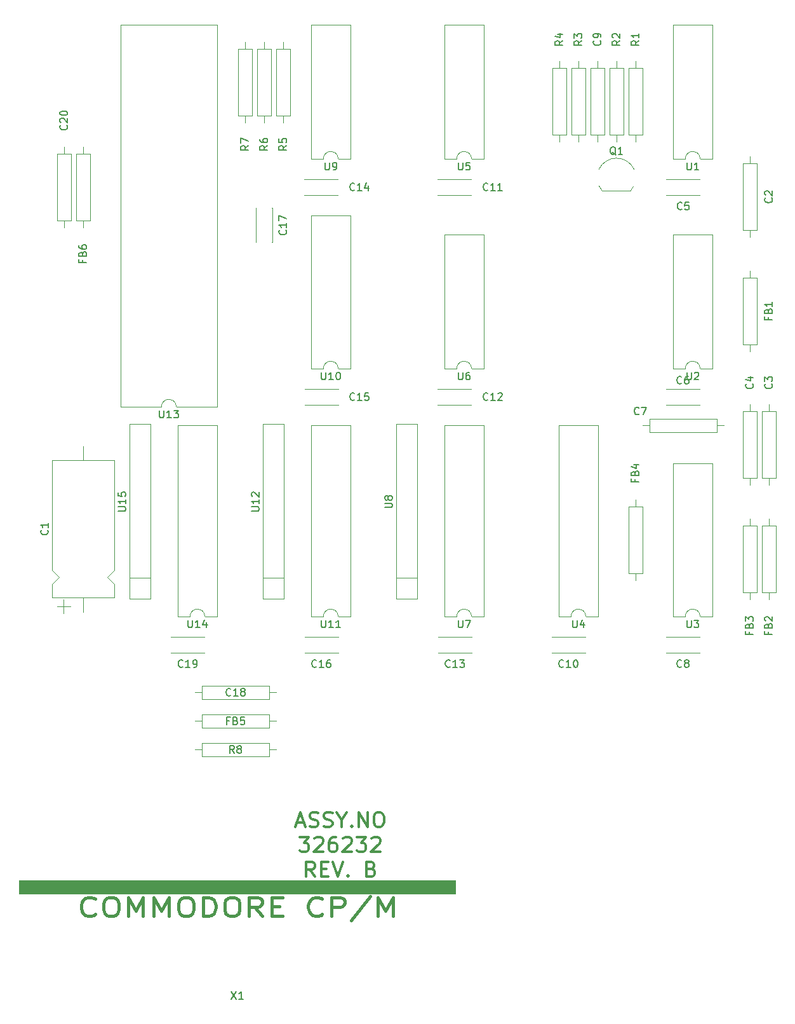
<source format=gbr>
G04 #@! TF.GenerationSoftware,KiCad,Pcbnew,(5.1.5)-3*
G04 #@! TF.CreationDate,2020-07-22T19:22:01-04:00*
G04 #@! TF.ProjectId,c64-cpm-true,6336342d-6370-46d2-9d74-7275652e6b69,B*
G04 #@! TF.SameCoordinates,Original*
G04 #@! TF.FileFunction,Legend,Top*
G04 #@! TF.FilePolarity,Positive*
%FSLAX46Y46*%
G04 Gerber Fmt 4.6, Leading zero omitted, Abs format (unit mm)*
G04 Created by KiCad (PCBNEW (5.1.5)-3) date 2020-07-22 19:22:01*
%MOMM*%
%LPD*%
G04 APERTURE LIST*
%ADD10C,0.300000*%
%ADD11C,0.400000*%
%ADD12C,0.120000*%
%ADD13C,0.100000*%
%ADD14C,0.150000*%
G04 APERTURE END LIST*
D10*
X100870476Y-155783333D02*
X101822857Y-155783333D01*
X100680000Y-156354761D02*
X101346666Y-154354761D01*
X102013333Y-156354761D01*
X102584761Y-156259523D02*
X102870476Y-156354761D01*
X103346666Y-156354761D01*
X103537142Y-156259523D01*
X103632380Y-156164285D01*
X103727619Y-155973809D01*
X103727619Y-155783333D01*
X103632380Y-155592857D01*
X103537142Y-155497619D01*
X103346666Y-155402380D01*
X102965714Y-155307142D01*
X102775238Y-155211904D01*
X102680000Y-155116666D01*
X102584761Y-154926190D01*
X102584761Y-154735714D01*
X102680000Y-154545238D01*
X102775238Y-154450000D01*
X102965714Y-154354761D01*
X103441904Y-154354761D01*
X103727619Y-154450000D01*
X104489523Y-156259523D02*
X104775238Y-156354761D01*
X105251428Y-156354761D01*
X105441904Y-156259523D01*
X105537142Y-156164285D01*
X105632380Y-155973809D01*
X105632380Y-155783333D01*
X105537142Y-155592857D01*
X105441904Y-155497619D01*
X105251428Y-155402380D01*
X104870476Y-155307142D01*
X104680000Y-155211904D01*
X104584761Y-155116666D01*
X104489523Y-154926190D01*
X104489523Y-154735714D01*
X104584761Y-154545238D01*
X104680000Y-154450000D01*
X104870476Y-154354761D01*
X105346666Y-154354761D01*
X105632380Y-154450000D01*
X106870476Y-155402380D02*
X106870476Y-156354761D01*
X106203809Y-154354761D02*
X106870476Y-155402380D01*
X107537142Y-154354761D01*
X108203809Y-156164285D02*
X108299047Y-156259523D01*
X108203809Y-156354761D01*
X108108571Y-156259523D01*
X108203809Y-156164285D01*
X108203809Y-156354761D01*
X109156190Y-156354761D02*
X109156190Y-154354761D01*
X110299047Y-156354761D01*
X110299047Y-154354761D01*
X111632380Y-154354761D02*
X112013333Y-154354761D01*
X112203809Y-154450000D01*
X112394285Y-154640476D01*
X112489523Y-155021428D01*
X112489523Y-155688095D01*
X112394285Y-156069047D01*
X112203809Y-156259523D01*
X112013333Y-156354761D01*
X111632380Y-156354761D01*
X111441904Y-156259523D01*
X111251428Y-156069047D01*
X111156190Y-155688095D01*
X111156190Y-155021428D01*
X111251428Y-154640476D01*
X111441904Y-154450000D01*
X111632380Y-154354761D01*
X101251428Y-157654761D02*
X102489523Y-157654761D01*
X101822857Y-158416666D01*
X102108571Y-158416666D01*
X102299047Y-158511904D01*
X102394285Y-158607142D01*
X102489523Y-158797619D01*
X102489523Y-159273809D01*
X102394285Y-159464285D01*
X102299047Y-159559523D01*
X102108571Y-159654761D01*
X101537142Y-159654761D01*
X101346666Y-159559523D01*
X101251428Y-159464285D01*
X103251428Y-157845238D02*
X103346666Y-157750000D01*
X103537142Y-157654761D01*
X104013333Y-157654761D01*
X104203809Y-157750000D01*
X104299047Y-157845238D01*
X104394285Y-158035714D01*
X104394285Y-158226190D01*
X104299047Y-158511904D01*
X103156190Y-159654761D01*
X104394285Y-159654761D01*
X106108571Y-157654761D02*
X105727619Y-157654761D01*
X105537142Y-157750000D01*
X105441904Y-157845238D01*
X105251428Y-158130952D01*
X105156190Y-158511904D01*
X105156190Y-159273809D01*
X105251428Y-159464285D01*
X105346666Y-159559523D01*
X105537142Y-159654761D01*
X105918095Y-159654761D01*
X106108571Y-159559523D01*
X106203809Y-159464285D01*
X106299047Y-159273809D01*
X106299047Y-158797619D01*
X106203809Y-158607142D01*
X106108571Y-158511904D01*
X105918095Y-158416666D01*
X105537142Y-158416666D01*
X105346666Y-158511904D01*
X105251428Y-158607142D01*
X105156190Y-158797619D01*
X107060952Y-157845238D02*
X107156190Y-157750000D01*
X107346666Y-157654761D01*
X107822857Y-157654761D01*
X108013333Y-157750000D01*
X108108571Y-157845238D01*
X108203809Y-158035714D01*
X108203809Y-158226190D01*
X108108571Y-158511904D01*
X106965714Y-159654761D01*
X108203809Y-159654761D01*
X108870476Y-157654761D02*
X110108571Y-157654761D01*
X109441904Y-158416666D01*
X109727619Y-158416666D01*
X109918095Y-158511904D01*
X110013333Y-158607142D01*
X110108571Y-158797619D01*
X110108571Y-159273809D01*
X110013333Y-159464285D01*
X109918095Y-159559523D01*
X109727619Y-159654761D01*
X109156190Y-159654761D01*
X108965714Y-159559523D01*
X108870476Y-159464285D01*
X110870476Y-157845238D02*
X110965714Y-157750000D01*
X111156190Y-157654761D01*
X111632380Y-157654761D01*
X111822857Y-157750000D01*
X111918095Y-157845238D01*
X112013333Y-158035714D01*
X112013333Y-158226190D01*
X111918095Y-158511904D01*
X110775238Y-159654761D01*
X112013333Y-159654761D01*
X103299047Y-162954761D02*
X102632380Y-162002380D01*
X102156190Y-162954761D02*
X102156190Y-160954761D01*
X102918095Y-160954761D01*
X103108571Y-161050000D01*
X103203809Y-161145238D01*
X103299047Y-161335714D01*
X103299047Y-161621428D01*
X103203809Y-161811904D01*
X103108571Y-161907142D01*
X102918095Y-162002380D01*
X102156190Y-162002380D01*
X104156190Y-161907142D02*
X104822857Y-161907142D01*
X105108571Y-162954761D02*
X104156190Y-162954761D01*
X104156190Y-160954761D01*
X105108571Y-160954761D01*
X105680000Y-160954761D02*
X106346666Y-162954761D01*
X107013333Y-160954761D01*
X107680000Y-162764285D02*
X107775238Y-162859523D01*
X107680000Y-162954761D01*
X107584761Y-162859523D01*
X107680000Y-162764285D01*
X107680000Y-162954761D01*
X110822857Y-161907142D02*
X111108571Y-162002380D01*
X111203809Y-162097619D01*
X111299047Y-162288095D01*
X111299047Y-162573809D01*
X111203809Y-162764285D01*
X111108571Y-162859523D01*
X110918095Y-162954761D01*
X110156190Y-162954761D01*
X110156190Y-160954761D01*
X110822857Y-160954761D01*
X111013333Y-161050000D01*
X111108571Y-161145238D01*
X111203809Y-161335714D01*
X111203809Y-161526190D01*
X111108571Y-161716666D01*
X111013333Y-161811904D01*
X110822857Y-161907142D01*
X110156190Y-161907142D01*
D11*
X73964000Y-167961357D02*
X73821142Y-168080404D01*
X73392571Y-168199452D01*
X73106857Y-168199452D01*
X72678285Y-168080404D01*
X72392571Y-167842309D01*
X72249714Y-167604214D01*
X72106857Y-167128023D01*
X72106857Y-166770880D01*
X72249714Y-166294690D01*
X72392571Y-166056595D01*
X72678285Y-165818500D01*
X73106857Y-165699452D01*
X73392571Y-165699452D01*
X73821142Y-165818500D01*
X73964000Y-165937547D01*
X75821142Y-165699452D02*
X76392571Y-165699452D01*
X76678285Y-165818500D01*
X76964000Y-166056595D01*
X77106857Y-166532785D01*
X77106857Y-167366119D01*
X76964000Y-167842309D01*
X76678285Y-168080404D01*
X76392571Y-168199452D01*
X75821142Y-168199452D01*
X75535428Y-168080404D01*
X75249714Y-167842309D01*
X75106857Y-167366119D01*
X75106857Y-166532785D01*
X75249714Y-166056595D01*
X75535428Y-165818500D01*
X75821142Y-165699452D01*
X78392571Y-168199452D02*
X78392571Y-165699452D01*
X79392571Y-167485166D01*
X80392571Y-165699452D01*
X80392571Y-168199452D01*
X81821142Y-168199452D02*
X81821142Y-165699452D01*
X82821142Y-167485166D01*
X83821142Y-165699452D01*
X83821142Y-168199452D01*
X85821142Y-165699452D02*
X86392571Y-165699452D01*
X86678285Y-165818500D01*
X86964000Y-166056595D01*
X87106857Y-166532785D01*
X87106857Y-167366119D01*
X86964000Y-167842309D01*
X86678285Y-168080404D01*
X86392571Y-168199452D01*
X85821142Y-168199452D01*
X85535428Y-168080404D01*
X85249714Y-167842309D01*
X85106857Y-167366119D01*
X85106857Y-166532785D01*
X85249714Y-166056595D01*
X85535428Y-165818500D01*
X85821142Y-165699452D01*
X88392571Y-168199452D02*
X88392571Y-165699452D01*
X89106857Y-165699452D01*
X89535428Y-165818500D01*
X89821142Y-166056595D01*
X89964000Y-166294690D01*
X90106857Y-166770880D01*
X90106857Y-167128023D01*
X89964000Y-167604214D01*
X89821142Y-167842309D01*
X89535428Y-168080404D01*
X89106857Y-168199452D01*
X88392571Y-168199452D01*
X91964000Y-165699452D02*
X92535428Y-165699452D01*
X92821142Y-165818500D01*
X93106857Y-166056595D01*
X93249714Y-166532785D01*
X93249714Y-167366119D01*
X93106857Y-167842309D01*
X92821142Y-168080404D01*
X92535428Y-168199452D01*
X91964000Y-168199452D01*
X91678285Y-168080404D01*
X91392571Y-167842309D01*
X91249714Y-167366119D01*
X91249714Y-166532785D01*
X91392571Y-166056595D01*
X91678285Y-165818500D01*
X91964000Y-165699452D01*
X96249714Y-168199452D02*
X95249714Y-167008976D01*
X94535428Y-168199452D02*
X94535428Y-165699452D01*
X95678285Y-165699452D01*
X95964000Y-165818500D01*
X96106857Y-165937547D01*
X96249714Y-166175642D01*
X96249714Y-166532785D01*
X96106857Y-166770880D01*
X95964000Y-166889928D01*
X95678285Y-167008976D01*
X94535428Y-167008976D01*
X97535428Y-166889928D02*
X98535428Y-166889928D01*
X98964000Y-168199452D02*
X97535428Y-168199452D01*
X97535428Y-165699452D01*
X98964000Y-165699452D01*
X104249714Y-167961357D02*
X104106857Y-168080404D01*
X103678285Y-168199452D01*
X103392571Y-168199452D01*
X102964000Y-168080404D01*
X102678285Y-167842309D01*
X102535428Y-167604214D01*
X102392571Y-167128023D01*
X102392571Y-166770880D01*
X102535428Y-166294690D01*
X102678285Y-166056595D01*
X102964000Y-165818500D01*
X103392571Y-165699452D01*
X103678285Y-165699452D01*
X104106857Y-165818500D01*
X104249714Y-165937547D01*
X105535428Y-168199452D02*
X105535428Y-165699452D01*
X106678285Y-165699452D01*
X106964000Y-165818500D01*
X107106857Y-165937547D01*
X107249714Y-166175642D01*
X107249714Y-166532785D01*
X107106857Y-166770880D01*
X106964000Y-166889928D01*
X106678285Y-167008976D01*
X105535428Y-167008976D01*
X110678285Y-165580404D02*
X108106857Y-168794690D01*
X111678285Y-168199452D02*
X111678285Y-165699452D01*
X112678285Y-167485166D01*
X113678285Y-165699452D01*
X113678285Y-168199452D01*
D12*
X151020000Y-67370000D02*
X152670000Y-67370000D01*
X151020000Y-49470000D02*
X151020000Y-67370000D01*
X156320000Y-49470000D02*
X151020000Y-49470000D01*
X156320000Y-67370000D02*
X156320000Y-49470000D01*
X154670000Y-67370000D02*
X156320000Y-67370000D01*
X152670000Y-67370000D02*
G75*
G02X154670000Y-67370000I1000000J0D01*
G01*
X152670000Y-95310000D02*
G75*
G02X154670000Y-95310000I1000000J0D01*
G01*
X154670000Y-95310000D02*
X156320000Y-95310000D01*
X156320000Y-95310000D02*
X156320000Y-77410000D01*
X156320000Y-77410000D02*
X151020000Y-77410000D01*
X151020000Y-77410000D02*
X151020000Y-95310000D01*
X151020000Y-95310000D02*
X152670000Y-95310000D01*
X152670000Y-128330000D02*
G75*
G02X154670000Y-128330000I1000000J0D01*
G01*
X154670000Y-128330000D02*
X156320000Y-128330000D01*
X156320000Y-128330000D02*
X156320000Y-107890000D01*
X156320000Y-107890000D02*
X151020000Y-107890000D01*
X151020000Y-107890000D02*
X151020000Y-128330000D01*
X151020000Y-128330000D02*
X152670000Y-128330000D01*
X122190000Y-67370000D02*
G75*
G02X124190000Y-67370000I1000000J0D01*
G01*
X124190000Y-67370000D02*
X125840000Y-67370000D01*
X125840000Y-67370000D02*
X125840000Y-49470000D01*
X125840000Y-49470000D02*
X120540000Y-49470000D01*
X120540000Y-49470000D02*
X120540000Y-67370000D01*
X120540000Y-67370000D02*
X122190000Y-67370000D01*
X122190000Y-95310000D02*
G75*
G02X124190000Y-95310000I1000000J0D01*
G01*
X124190000Y-95310000D02*
X125840000Y-95310000D01*
X125840000Y-95310000D02*
X125840000Y-77410000D01*
X125840000Y-77410000D02*
X120540000Y-77410000D01*
X120540000Y-77410000D02*
X120540000Y-95310000D01*
X120540000Y-95310000D02*
X122190000Y-95310000D01*
X122190000Y-128330000D02*
G75*
G02X124190000Y-128330000I1000000J0D01*
G01*
X124190000Y-128330000D02*
X125840000Y-128330000D01*
X125840000Y-128330000D02*
X125840000Y-102810000D01*
X125840000Y-102810000D02*
X120540000Y-102810000D01*
X120540000Y-102810000D02*
X120540000Y-128330000D01*
X120540000Y-128330000D02*
X122190000Y-128330000D01*
X102760000Y-67370000D02*
X104410000Y-67370000D01*
X102760000Y-49470000D02*
X102760000Y-67370000D01*
X108060000Y-49470000D02*
X102760000Y-49470000D01*
X108060000Y-67370000D02*
X108060000Y-49470000D01*
X106410000Y-67370000D02*
X108060000Y-67370000D01*
X104410000Y-67370000D02*
G75*
G02X106410000Y-67370000I1000000J0D01*
G01*
X102760000Y-95310000D02*
X104410000Y-95310000D01*
X102760000Y-74870000D02*
X102760000Y-95310000D01*
X108060000Y-74870000D02*
X102760000Y-74870000D01*
X108060000Y-95310000D02*
X108060000Y-74870000D01*
X106410000Y-95310000D02*
X108060000Y-95310000D01*
X104410000Y-95310000D02*
G75*
G02X106410000Y-95310000I1000000J0D01*
G01*
X104410000Y-128330000D02*
G75*
G02X106410000Y-128330000I1000000J0D01*
G01*
X106410000Y-128330000D02*
X108060000Y-128330000D01*
X108060000Y-128330000D02*
X108060000Y-102810000D01*
X108060000Y-102810000D02*
X102760000Y-102810000D01*
X102760000Y-102810000D02*
X102760000Y-128330000D01*
X102760000Y-128330000D02*
X104410000Y-128330000D01*
X82820000Y-100390000D02*
G75*
G02X84820000Y-100390000I1000000J0D01*
G01*
X84820000Y-100390000D02*
X90280000Y-100390000D01*
X90280000Y-100390000D02*
X90280000Y-49470000D01*
X90280000Y-49470000D02*
X77360000Y-49470000D01*
X77360000Y-49470000D02*
X77360000Y-100390000D01*
X77360000Y-100390000D02*
X82820000Y-100390000D01*
X84980000Y-128330000D02*
X86630000Y-128330000D01*
X84980000Y-102810000D02*
X84980000Y-128330000D01*
X90280000Y-102810000D02*
X84980000Y-102810000D01*
X90280000Y-128330000D02*
X90280000Y-102810000D01*
X88630000Y-128330000D02*
X90280000Y-128330000D01*
X86630000Y-128330000D02*
G75*
G02X88630000Y-128330000I1000000J0D01*
G01*
X114170000Y-125900000D02*
X116970000Y-125900000D01*
X116970000Y-125900000D02*
X116970000Y-102700000D01*
X116970000Y-102700000D02*
X114170000Y-102700000D01*
X114170000Y-102700000D02*
X114170000Y-125900000D01*
X114170000Y-123190000D02*
X116970000Y-123190000D01*
X96390000Y-125900000D02*
X99190000Y-125900000D01*
X99190000Y-125900000D02*
X99190000Y-102700000D01*
X99190000Y-102700000D02*
X96390000Y-102700000D01*
X96390000Y-102700000D02*
X96390000Y-125900000D01*
X96390000Y-123190000D02*
X99190000Y-123190000D01*
X78610000Y-123190000D02*
X81410000Y-123190000D01*
X78610000Y-102700000D02*
X78610000Y-125900000D01*
X81410000Y-102700000D02*
X78610000Y-102700000D01*
X81410000Y-125900000D02*
X81410000Y-102700000D01*
X78610000Y-125900000D02*
X81410000Y-125900000D01*
X161290000Y-82220000D02*
X161290000Y-83170000D01*
X161290000Y-93040000D02*
X161290000Y-92090000D01*
X160370000Y-83170000D02*
X160370000Y-92090000D01*
X162210000Y-83170000D02*
X160370000Y-83170000D01*
X162210000Y-92090000D02*
X162210000Y-83170000D01*
X160370000Y-92090000D02*
X162210000Y-92090000D01*
X162910000Y-125110000D02*
X164750000Y-125110000D01*
X164750000Y-125110000D02*
X164750000Y-116190000D01*
X164750000Y-116190000D02*
X162910000Y-116190000D01*
X162910000Y-116190000D02*
X162910000Y-125110000D01*
X163830000Y-126060000D02*
X163830000Y-125110000D01*
X163830000Y-115240000D02*
X163830000Y-116190000D01*
X160370000Y-125110000D02*
X162210000Y-125110000D01*
X162210000Y-125110000D02*
X162210000Y-116190000D01*
X162210000Y-116190000D02*
X160370000Y-116190000D01*
X160370000Y-116190000D02*
X160370000Y-125110000D01*
X161290000Y-126060000D02*
X161290000Y-125110000D01*
X161290000Y-115240000D02*
X161290000Y-116190000D01*
X146050000Y-112700000D02*
X146050000Y-113650000D01*
X146050000Y-123520000D02*
X146050000Y-122570000D01*
X145130000Y-113650000D02*
X145130000Y-122570000D01*
X146970000Y-113650000D02*
X145130000Y-113650000D01*
X146970000Y-122570000D02*
X146970000Y-113650000D01*
X145130000Y-122570000D02*
X146970000Y-122570000D01*
X98120000Y-142240000D02*
X97170000Y-142240000D01*
X87300000Y-142240000D02*
X88250000Y-142240000D01*
X97170000Y-141320000D02*
X88250000Y-141320000D01*
X97170000Y-143160000D02*
X97170000Y-141320000D01*
X88250000Y-143160000D02*
X97170000Y-143160000D01*
X88250000Y-141320000D02*
X88250000Y-143160000D01*
X72390000Y-76530000D02*
X72390000Y-75580000D01*
X72390000Y-65710000D02*
X72390000Y-66660000D01*
X73310000Y-75580000D02*
X73310000Y-66660000D01*
X71470000Y-75580000D02*
X73310000Y-75580000D01*
X71470000Y-66660000D02*
X71470000Y-75580000D01*
X73310000Y-66660000D02*
X71470000Y-66660000D01*
X146970000Y-55230000D02*
X145130000Y-55230000D01*
X145130000Y-55230000D02*
X145130000Y-64150000D01*
X145130000Y-64150000D02*
X146970000Y-64150000D01*
X146970000Y-64150000D02*
X146970000Y-55230000D01*
X146050000Y-54280000D02*
X146050000Y-55230000D01*
X146050000Y-65100000D02*
X146050000Y-64150000D01*
X143510000Y-54280000D02*
X143510000Y-55230000D01*
X143510000Y-65100000D02*
X143510000Y-64150000D01*
X142590000Y-55230000D02*
X142590000Y-64150000D01*
X144430000Y-55230000D02*
X142590000Y-55230000D01*
X144430000Y-64150000D02*
X144430000Y-55230000D01*
X142590000Y-64150000D02*
X144430000Y-64150000D01*
X137510000Y-64150000D02*
X139350000Y-64150000D01*
X139350000Y-64150000D02*
X139350000Y-55230000D01*
X139350000Y-55230000D02*
X137510000Y-55230000D01*
X137510000Y-55230000D02*
X137510000Y-64150000D01*
X138430000Y-65100000D02*
X138430000Y-64150000D01*
X138430000Y-54280000D02*
X138430000Y-55230000D01*
X134970000Y-64150000D02*
X136810000Y-64150000D01*
X136810000Y-64150000D02*
X136810000Y-55230000D01*
X136810000Y-55230000D02*
X134970000Y-55230000D01*
X134970000Y-55230000D02*
X134970000Y-64150000D01*
X135890000Y-65100000D02*
X135890000Y-64150000D01*
X135890000Y-54280000D02*
X135890000Y-55230000D01*
X99060000Y-51740000D02*
X99060000Y-52690000D01*
X99060000Y-62560000D02*
X99060000Y-61610000D01*
X98140000Y-52690000D02*
X98140000Y-61610000D01*
X99980000Y-52690000D02*
X98140000Y-52690000D01*
X99980000Y-61610000D02*
X99980000Y-52690000D01*
X98140000Y-61610000D02*
X99980000Y-61610000D01*
X95600000Y-61610000D02*
X97440000Y-61610000D01*
X97440000Y-61610000D02*
X97440000Y-52690000D01*
X97440000Y-52690000D02*
X95600000Y-52690000D01*
X95600000Y-52690000D02*
X95600000Y-61610000D01*
X96520000Y-62560000D02*
X96520000Y-61610000D01*
X96520000Y-51740000D02*
X96520000Y-52690000D01*
X93980000Y-51740000D02*
X93980000Y-52690000D01*
X93980000Y-62560000D02*
X93980000Y-61610000D01*
X93060000Y-52690000D02*
X93060000Y-61610000D01*
X94900000Y-52690000D02*
X93060000Y-52690000D01*
X94900000Y-61610000D02*
X94900000Y-52690000D01*
X93060000Y-61610000D02*
X94900000Y-61610000D01*
X88250000Y-145130000D02*
X88250000Y-146970000D01*
X88250000Y-146970000D02*
X97170000Y-146970000D01*
X97170000Y-146970000D02*
X97170000Y-145130000D01*
X97170000Y-145130000D02*
X88250000Y-145130000D01*
X87300000Y-146050000D02*
X88250000Y-146050000D01*
X98120000Y-146050000D02*
X97170000Y-146050000D01*
X69790000Y-127860000D02*
X69790000Y-126060000D01*
X68890000Y-126960000D02*
X70690000Y-126960000D01*
X68270000Y-125760000D02*
X76510000Y-125760000D01*
X68270000Y-107520000D02*
X76510000Y-107520000D01*
X68270000Y-125760000D02*
X68270000Y-123960000D01*
X68270000Y-123960000D02*
X69170000Y-123060000D01*
X69170000Y-123060000D02*
X68270000Y-122160000D01*
X68270000Y-122160000D02*
X68270000Y-107520000D01*
X76510000Y-125760000D02*
X76510000Y-123960000D01*
X76510000Y-123960000D02*
X75610000Y-123060000D01*
X75610000Y-123060000D02*
X76510000Y-122160000D01*
X76510000Y-122160000D02*
X76510000Y-107520000D01*
X72390000Y-127700000D02*
X72390000Y-125760000D01*
X72390000Y-105580000D02*
X72390000Y-107520000D01*
X160370000Y-76850000D02*
X162210000Y-76850000D01*
X162210000Y-76850000D02*
X162210000Y-67930000D01*
X162210000Y-67930000D02*
X160370000Y-67930000D01*
X160370000Y-67930000D02*
X160370000Y-76850000D01*
X161290000Y-77800000D02*
X161290000Y-76850000D01*
X161290000Y-66980000D02*
X161290000Y-67930000D01*
X163830000Y-100000000D02*
X163830000Y-100950000D01*
X163830000Y-110820000D02*
X163830000Y-109870000D01*
X162910000Y-100950000D02*
X162910000Y-109870000D01*
X164750000Y-100950000D02*
X162910000Y-100950000D01*
X164750000Y-109870000D02*
X164750000Y-100950000D01*
X162910000Y-109870000D02*
X164750000Y-109870000D01*
X160370000Y-109870000D02*
X162210000Y-109870000D01*
X162210000Y-109870000D02*
X162210000Y-100950000D01*
X162210000Y-100950000D02*
X160370000Y-100950000D01*
X160370000Y-100950000D02*
X160370000Y-109870000D01*
X161290000Y-110820000D02*
X161290000Y-109870000D01*
X161290000Y-100000000D02*
X161290000Y-100950000D01*
X157810000Y-102870000D02*
X156860000Y-102870000D01*
X146990000Y-102870000D02*
X147940000Y-102870000D01*
X156860000Y-101950000D02*
X147940000Y-101950000D01*
X156860000Y-103790000D02*
X156860000Y-101950000D01*
X147940000Y-103790000D02*
X156860000Y-103790000D01*
X147940000Y-101950000D02*
X147940000Y-103790000D01*
X140050000Y-64150000D02*
X141890000Y-64150000D01*
X141890000Y-64150000D02*
X141890000Y-55230000D01*
X141890000Y-55230000D02*
X140050000Y-55230000D01*
X140050000Y-55230000D02*
X140050000Y-64150000D01*
X140970000Y-65100000D02*
X140970000Y-64150000D01*
X140970000Y-54280000D02*
X140970000Y-55230000D01*
X87300000Y-138430000D02*
X88250000Y-138430000D01*
X98120000Y-138430000D02*
X97170000Y-138430000D01*
X88250000Y-139350000D02*
X97170000Y-139350000D01*
X88250000Y-137510000D02*
X88250000Y-139350000D01*
X97170000Y-137510000D02*
X88250000Y-137510000D01*
X97170000Y-139350000D02*
X97170000Y-137510000D01*
X68930000Y-75580000D02*
X70770000Y-75580000D01*
X70770000Y-75580000D02*
X70770000Y-66660000D01*
X70770000Y-66660000D02*
X68930000Y-66660000D01*
X68930000Y-66660000D02*
X68930000Y-75580000D01*
X69850000Y-76530000D02*
X69850000Y-75580000D01*
X69850000Y-65710000D02*
X69850000Y-66660000D01*
X150090000Y-70050000D02*
X154630000Y-70050000D01*
X150090000Y-72190000D02*
X154630000Y-72190000D01*
X150090000Y-70050000D02*
X150090000Y-70065000D01*
X150090000Y-72175000D02*
X150090000Y-72190000D01*
X154630000Y-70050000D02*
X154630000Y-70065000D01*
X154630000Y-72175000D02*
X154630000Y-72190000D01*
X154630000Y-100115000D02*
X154630000Y-100130000D01*
X154630000Y-97990000D02*
X154630000Y-98005000D01*
X150090000Y-100115000D02*
X150090000Y-100130000D01*
X150090000Y-97990000D02*
X150090000Y-98005000D01*
X150090000Y-100130000D02*
X154630000Y-100130000D01*
X150090000Y-97990000D02*
X154630000Y-97990000D01*
X134850000Y-131025000D02*
X134850000Y-131010000D01*
X134850000Y-133150000D02*
X134850000Y-133135000D01*
X139390000Y-131025000D02*
X139390000Y-131010000D01*
X139390000Y-133150000D02*
X139390000Y-133135000D01*
X139390000Y-131010000D02*
X134850000Y-131010000D01*
X139390000Y-133150000D02*
X134850000Y-133150000D01*
X119610000Y-70050000D02*
X124150000Y-70050000D01*
X119610000Y-72190000D02*
X124150000Y-72190000D01*
X119610000Y-70050000D02*
X119610000Y-70065000D01*
X119610000Y-72175000D02*
X119610000Y-72190000D01*
X124150000Y-70050000D02*
X124150000Y-70065000D01*
X124150000Y-72175000D02*
X124150000Y-72190000D01*
X124150000Y-100115000D02*
X124150000Y-100130000D01*
X124150000Y-97990000D02*
X124150000Y-98005000D01*
X119610000Y-100115000D02*
X119610000Y-100130000D01*
X119610000Y-97990000D02*
X119610000Y-98005000D01*
X119610000Y-100130000D02*
X124150000Y-100130000D01*
X119610000Y-97990000D02*
X124150000Y-97990000D01*
X124230000Y-133150000D02*
X119690000Y-133150000D01*
X124230000Y-131010000D02*
X119690000Y-131010000D01*
X124230000Y-133150000D02*
X124230000Y-133135000D01*
X124230000Y-131025000D02*
X124230000Y-131010000D01*
X119690000Y-133150000D02*
X119690000Y-133135000D01*
X119690000Y-131025000D02*
X119690000Y-131010000D01*
X101830000Y-70050000D02*
X106370000Y-70050000D01*
X101830000Y-72190000D02*
X106370000Y-72190000D01*
X101830000Y-70050000D02*
X101830000Y-70065000D01*
X101830000Y-72175000D02*
X101830000Y-72190000D01*
X106370000Y-70050000D02*
X106370000Y-70065000D01*
X106370000Y-72175000D02*
X106370000Y-72190000D01*
X101910000Y-98005000D02*
X101910000Y-97990000D01*
X101910000Y-100130000D02*
X101910000Y-100115000D01*
X106450000Y-98005000D02*
X106450000Y-97990000D01*
X106450000Y-100130000D02*
X106450000Y-100115000D01*
X106450000Y-97990000D02*
X101910000Y-97990000D01*
X106450000Y-100130000D02*
X101910000Y-100130000D01*
X101910000Y-131025000D02*
X101910000Y-131010000D01*
X101910000Y-133150000D02*
X101910000Y-133135000D01*
X106450000Y-131025000D02*
X106450000Y-131010000D01*
X106450000Y-133150000D02*
X106450000Y-133135000D01*
X106450000Y-131010000D02*
X101910000Y-131010000D01*
X106450000Y-133150000D02*
X101910000Y-133150000D01*
X95450000Y-78430000D02*
X95450000Y-73890000D01*
X97590000Y-78430000D02*
X97590000Y-73890000D01*
X95450000Y-78430000D02*
X95465000Y-78430000D01*
X97575000Y-78430000D02*
X97590000Y-78430000D01*
X95450000Y-73890000D02*
X95465000Y-73890000D01*
X97575000Y-73890000D02*
X97590000Y-73890000D01*
X88590000Y-133150000D02*
X84050000Y-133150000D01*
X88590000Y-131010000D02*
X84050000Y-131010000D01*
X88590000Y-133150000D02*
X88590000Y-133135000D01*
X88590000Y-131025000D02*
X88590000Y-131010000D01*
X84050000Y-133150000D02*
X84050000Y-133135000D01*
X84050000Y-131025000D02*
X84050000Y-131010000D01*
X150090000Y-131010000D02*
X154630000Y-131010000D01*
X150090000Y-133150000D02*
X154630000Y-133150000D01*
X150090000Y-131010000D02*
X150090000Y-131025000D01*
X150090000Y-133135000D02*
X150090000Y-133150000D01*
X154630000Y-131010000D02*
X154630000Y-131025000D01*
X154630000Y-133135000D02*
X154630000Y-133150000D01*
D13*
G36*
X63881000Y-163449000D02*
G01*
X63881000Y-165227000D01*
X122047000Y-165227000D01*
X122047000Y-163449000D01*
X63881000Y-163449000D01*
G37*
X63881000Y-163449000D02*
X63881000Y-165227000D01*
X122047000Y-165227000D01*
X122047000Y-163449000D01*
X63881000Y-163449000D01*
D12*
X137430000Y-128330000D02*
G75*
G02X139430000Y-128330000I1000000J0D01*
G01*
X139430000Y-128330000D02*
X141080000Y-128330000D01*
X141080000Y-128330000D02*
X141080000Y-102810000D01*
X141080000Y-102810000D02*
X135780000Y-102810000D01*
X135780000Y-102810000D02*
X135780000Y-128330000D01*
X135780000Y-128330000D02*
X137430000Y-128330000D01*
X141570000Y-71550000D02*
X145420000Y-71550000D01*
X141187369Y-70972045D02*
G75*
G03X141570000Y-71550000I2322631J1122045D01*
G01*
X141153600Y-68751193D02*
G75*
G02X143510000Y-67250000I2356400J-1098807D01*
G01*
X145866400Y-68751193D02*
G75*
G03X143510000Y-67250000I-2356400J-1098807D01*
G01*
X145812383Y-70962264D02*
G75*
G02X145420000Y-71550000I-2302383J1112264D01*
G01*
D14*
X152908095Y-67822380D02*
X152908095Y-68631904D01*
X152955714Y-68727142D01*
X153003333Y-68774761D01*
X153098571Y-68822380D01*
X153289047Y-68822380D01*
X153384285Y-68774761D01*
X153431904Y-68727142D01*
X153479523Y-68631904D01*
X153479523Y-67822380D01*
X154479523Y-68822380D02*
X153908095Y-68822380D01*
X154193809Y-68822380D02*
X154193809Y-67822380D01*
X154098571Y-67965238D01*
X154003333Y-68060476D01*
X153908095Y-68108095D01*
X152908095Y-95762380D02*
X152908095Y-96571904D01*
X152955714Y-96667142D01*
X153003333Y-96714761D01*
X153098571Y-96762380D01*
X153289047Y-96762380D01*
X153384285Y-96714761D01*
X153431904Y-96667142D01*
X153479523Y-96571904D01*
X153479523Y-95762380D01*
X153908095Y-95857619D02*
X153955714Y-95810000D01*
X154050952Y-95762380D01*
X154289047Y-95762380D01*
X154384285Y-95810000D01*
X154431904Y-95857619D01*
X154479523Y-95952857D01*
X154479523Y-96048095D01*
X154431904Y-96190952D01*
X153860476Y-96762380D01*
X154479523Y-96762380D01*
X152908095Y-128782380D02*
X152908095Y-129591904D01*
X152955714Y-129687142D01*
X153003333Y-129734761D01*
X153098571Y-129782380D01*
X153289047Y-129782380D01*
X153384285Y-129734761D01*
X153431904Y-129687142D01*
X153479523Y-129591904D01*
X153479523Y-128782380D01*
X153860476Y-128782380D02*
X154479523Y-128782380D01*
X154146190Y-129163333D01*
X154289047Y-129163333D01*
X154384285Y-129210952D01*
X154431904Y-129258571D01*
X154479523Y-129353809D01*
X154479523Y-129591904D01*
X154431904Y-129687142D01*
X154384285Y-129734761D01*
X154289047Y-129782380D01*
X154003333Y-129782380D01*
X153908095Y-129734761D01*
X153860476Y-129687142D01*
X122428095Y-67822380D02*
X122428095Y-68631904D01*
X122475714Y-68727142D01*
X122523333Y-68774761D01*
X122618571Y-68822380D01*
X122809047Y-68822380D01*
X122904285Y-68774761D01*
X122951904Y-68727142D01*
X122999523Y-68631904D01*
X122999523Y-67822380D01*
X123951904Y-67822380D02*
X123475714Y-67822380D01*
X123428095Y-68298571D01*
X123475714Y-68250952D01*
X123570952Y-68203333D01*
X123809047Y-68203333D01*
X123904285Y-68250952D01*
X123951904Y-68298571D01*
X123999523Y-68393809D01*
X123999523Y-68631904D01*
X123951904Y-68727142D01*
X123904285Y-68774761D01*
X123809047Y-68822380D01*
X123570952Y-68822380D01*
X123475714Y-68774761D01*
X123428095Y-68727142D01*
X122428095Y-95762380D02*
X122428095Y-96571904D01*
X122475714Y-96667142D01*
X122523333Y-96714761D01*
X122618571Y-96762380D01*
X122809047Y-96762380D01*
X122904285Y-96714761D01*
X122951904Y-96667142D01*
X122999523Y-96571904D01*
X122999523Y-95762380D01*
X123904285Y-95762380D02*
X123713809Y-95762380D01*
X123618571Y-95810000D01*
X123570952Y-95857619D01*
X123475714Y-96000476D01*
X123428095Y-96190952D01*
X123428095Y-96571904D01*
X123475714Y-96667142D01*
X123523333Y-96714761D01*
X123618571Y-96762380D01*
X123809047Y-96762380D01*
X123904285Y-96714761D01*
X123951904Y-96667142D01*
X123999523Y-96571904D01*
X123999523Y-96333809D01*
X123951904Y-96238571D01*
X123904285Y-96190952D01*
X123809047Y-96143333D01*
X123618571Y-96143333D01*
X123523333Y-96190952D01*
X123475714Y-96238571D01*
X123428095Y-96333809D01*
X122428095Y-128782380D02*
X122428095Y-129591904D01*
X122475714Y-129687142D01*
X122523333Y-129734761D01*
X122618571Y-129782380D01*
X122809047Y-129782380D01*
X122904285Y-129734761D01*
X122951904Y-129687142D01*
X122999523Y-129591904D01*
X122999523Y-128782380D01*
X123380476Y-128782380D02*
X124047142Y-128782380D01*
X123618571Y-129782380D01*
X104648095Y-67822380D02*
X104648095Y-68631904D01*
X104695714Y-68727142D01*
X104743333Y-68774761D01*
X104838571Y-68822380D01*
X105029047Y-68822380D01*
X105124285Y-68774761D01*
X105171904Y-68727142D01*
X105219523Y-68631904D01*
X105219523Y-67822380D01*
X105743333Y-68822380D02*
X105933809Y-68822380D01*
X106029047Y-68774761D01*
X106076666Y-68727142D01*
X106171904Y-68584285D01*
X106219523Y-68393809D01*
X106219523Y-68012857D01*
X106171904Y-67917619D01*
X106124285Y-67870000D01*
X106029047Y-67822380D01*
X105838571Y-67822380D01*
X105743333Y-67870000D01*
X105695714Y-67917619D01*
X105648095Y-68012857D01*
X105648095Y-68250952D01*
X105695714Y-68346190D01*
X105743333Y-68393809D01*
X105838571Y-68441428D01*
X106029047Y-68441428D01*
X106124285Y-68393809D01*
X106171904Y-68346190D01*
X106219523Y-68250952D01*
X104171904Y-95762380D02*
X104171904Y-96571904D01*
X104219523Y-96667142D01*
X104267142Y-96714761D01*
X104362380Y-96762380D01*
X104552857Y-96762380D01*
X104648095Y-96714761D01*
X104695714Y-96667142D01*
X104743333Y-96571904D01*
X104743333Y-95762380D01*
X105743333Y-96762380D02*
X105171904Y-96762380D01*
X105457619Y-96762380D02*
X105457619Y-95762380D01*
X105362380Y-95905238D01*
X105267142Y-96000476D01*
X105171904Y-96048095D01*
X106362380Y-95762380D02*
X106457619Y-95762380D01*
X106552857Y-95810000D01*
X106600476Y-95857619D01*
X106648095Y-95952857D01*
X106695714Y-96143333D01*
X106695714Y-96381428D01*
X106648095Y-96571904D01*
X106600476Y-96667142D01*
X106552857Y-96714761D01*
X106457619Y-96762380D01*
X106362380Y-96762380D01*
X106267142Y-96714761D01*
X106219523Y-96667142D01*
X106171904Y-96571904D01*
X106124285Y-96381428D01*
X106124285Y-96143333D01*
X106171904Y-95952857D01*
X106219523Y-95857619D01*
X106267142Y-95810000D01*
X106362380Y-95762380D01*
X104171904Y-128782380D02*
X104171904Y-129591904D01*
X104219523Y-129687142D01*
X104267142Y-129734761D01*
X104362380Y-129782380D01*
X104552857Y-129782380D01*
X104648095Y-129734761D01*
X104695714Y-129687142D01*
X104743333Y-129591904D01*
X104743333Y-128782380D01*
X105743333Y-129782380D02*
X105171904Y-129782380D01*
X105457619Y-129782380D02*
X105457619Y-128782380D01*
X105362380Y-128925238D01*
X105267142Y-129020476D01*
X105171904Y-129068095D01*
X106695714Y-129782380D02*
X106124285Y-129782380D01*
X106410000Y-129782380D02*
X106410000Y-128782380D01*
X106314761Y-128925238D01*
X106219523Y-129020476D01*
X106124285Y-129068095D01*
X82581904Y-100842380D02*
X82581904Y-101651904D01*
X82629523Y-101747142D01*
X82677142Y-101794761D01*
X82772380Y-101842380D01*
X82962857Y-101842380D01*
X83058095Y-101794761D01*
X83105714Y-101747142D01*
X83153333Y-101651904D01*
X83153333Y-100842380D01*
X84153333Y-101842380D02*
X83581904Y-101842380D01*
X83867619Y-101842380D02*
X83867619Y-100842380D01*
X83772380Y-100985238D01*
X83677142Y-101080476D01*
X83581904Y-101128095D01*
X84486666Y-100842380D02*
X85105714Y-100842380D01*
X84772380Y-101223333D01*
X84915238Y-101223333D01*
X85010476Y-101270952D01*
X85058095Y-101318571D01*
X85105714Y-101413809D01*
X85105714Y-101651904D01*
X85058095Y-101747142D01*
X85010476Y-101794761D01*
X84915238Y-101842380D01*
X84629523Y-101842380D01*
X84534285Y-101794761D01*
X84486666Y-101747142D01*
X86391904Y-128782380D02*
X86391904Y-129591904D01*
X86439523Y-129687142D01*
X86487142Y-129734761D01*
X86582380Y-129782380D01*
X86772857Y-129782380D01*
X86868095Y-129734761D01*
X86915714Y-129687142D01*
X86963333Y-129591904D01*
X86963333Y-128782380D01*
X87963333Y-129782380D02*
X87391904Y-129782380D01*
X87677619Y-129782380D02*
X87677619Y-128782380D01*
X87582380Y-128925238D01*
X87487142Y-129020476D01*
X87391904Y-129068095D01*
X88820476Y-129115714D02*
X88820476Y-129782380D01*
X88582380Y-128734761D02*
X88344285Y-129449047D01*
X88963333Y-129449047D01*
X112622380Y-113791904D02*
X113431904Y-113791904D01*
X113527142Y-113744285D01*
X113574761Y-113696666D01*
X113622380Y-113601428D01*
X113622380Y-113410952D01*
X113574761Y-113315714D01*
X113527142Y-113268095D01*
X113431904Y-113220476D01*
X112622380Y-113220476D01*
X113050952Y-112601428D02*
X113003333Y-112696666D01*
X112955714Y-112744285D01*
X112860476Y-112791904D01*
X112812857Y-112791904D01*
X112717619Y-112744285D01*
X112670000Y-112696666D01*
X112622380Y-112601428D01*
X112622380Y-112410952D01*
X112670000Y-112315714D01*
X112717619Y-112268095D01*
X112812857Y-112220476D01*
X112860476Y-112220476D01*
X112955714Y-112268095D01*
X113003333Y-112315714D01*
X113050952Y-112410952D01*
X113050952Y-112601428D01*
X113098571Y-112696666D01*
X113146190Y-112744285D01*
X113241428Y-112791904D01*
X113431904Y-112791904D01*
X113527142Y-112744285D01*
X113574761Y-112696666D01*
X113622380Y-112601428D01*
X113622380Y-112410952D01*
X113574761Y-112315714D01*
X113527142Y-112268095D01*
X113431904Y-112220476D01*
X113241428Y-112220476D01*
X113146190Y-112268095D01*
X113098571Y-112315714D01*
X113050952Y-112410952D01*
X94842380Y-114268095D02*
X95651904Y-114268095D01*
X95747142Y-114220476D01*
X95794761Y-114172857D01*
X95842380Y-114077619D01*
X95842380Y-113887142D01*
X95794761Y-113791904D01*
X95747142Y-113744285D01*
X95651904Y-113696666D01*
X94842380Y-113696666D01*
X95842380Y-112696666D02*
X95842380Y-113268095D01*
X95842380Y-112982380D02*
X94842380Y-112982380D01*
X94985238Y-113077619D01*
X95080476Y-113172857D01*
X95128095Y-113268095D01*
X94937619Y-112315714D02*
X94890000Y-112268095D01*
X94842380Y-112172857D01*
X94842380Y-111934761D01*
X94890000Y-111839523D01*
X94937619Y-111791904D01*
X95032857Y-111744285D01*
X95128095Y-111744285D01*
X95270952Y-111791904D01*
X95842380Y-112363333D01*
X95842380Y-111744285D01*
X77062380Y-114268095D02*
X77871904Y-114268095D01*
X77967142Y-114220476D01*
X78014761Y-114172857D01*
X78062380Y-114077619D01*
X78062380Y-113887142D01*
X78014761Y-113791904D01*
X77967142Y-113744285D01*
X77871904Y-113696666D01*
X77062380Y-113696666D01*
X78062380Y-112696666D02*
X78062380Y-113268095D01*
X78062380Y-112982380D02*
X77062380Y-112982380D01*
X77205238Y-113077619D01*
X77300476Y-113172857D01*
X77348095Y-113268095D01*
X77062380Y-111791904D02*
X77062380Y-112268095D01*
X77538571Y-112315714D01*
X77490952Y-112268095D01*
X77443333Y-112172857D01*
X77443333Y-111934761D01*
X77490952Y-111839523D01*
X77538571Y-111791904D01*
X77633809Y-111744285D01*
X77871904Y-111744285D01*
X77967142Y-111791904D01*
X78014761Y-111839523D01*
X78062380Y-111934761D01*
X78062380Y-112172857D01*
X78014761Y-112268095D01*
X77967142Y-112315714D01*
X163758571Y-88463333D02*
X163758571Y-88796666D01*
X164282380Y-88796666D02*
X163282380Y-88796666D01*
X163282380Y-88320476D01*
X163758571Y-87606190D02*
X163806190Y-87463333D01*
X163853809Y-87415714D01*
X163949047Y-87368095D01*
X164091904Y-87368095D01*
X164187142Y-87415714D01*
X164234761Y-87463333D01*
X164282380Y-87558571D01*
X164282380Y-87939523D01*
X163282380Y-87939523D01*
X163282380Y-87606190D01*
X163330000Y-87510952D01*
X163377619Y-87463333D01*
X163472857Y-87415714D01*
X163568095Y-87415714D01*
X163663333Y-87463333D01*
X163710952Y-87510952D01*
X163758571Y-87606190D01*
X163758571Y-87939523D01*
X164282380Y-86415714D02*
X164282380Y-86987142D01*
X164282380Y-86701428D02*
X163282380Y-86701428D01*
X163425238Y-86796666D01*
X163520476Y-86891904D01*
X163568095Y-86987142D01*
X163758571Y-130373333D02*
X163758571Y-130706666D01*
X164282380Y-130706666D02*
X163282380Y-130706666D01*
X163282380Y-130230476D01*
X163758571Y-129516190D02*
X163806190Y-129373333D01*
X163853809Y-129325714D01*
X163949047Y-129278095D01*
X164091904Y-129278095D01*
X164187142Y-129325714D01*
X164234761Y-129373333D01*
X164282380Y-129468571D01*
X164282380Y-129849523D01*
X163282380Y-129849523D01*
X163282380Y-129516190D01*
X163330000Y-129420952D01*
X163377619Y-129373333D01*
X163472857Y-129325714D01*
X163568095Y-129325714D01*
X163663333Y-129373333D01*
X163710952Y-129420952D01*
X163758571Y-129516190D01*
X163758571Y-129849523D01*
X163377619Y-128897142D02*
X163330000Y-128849523D01*
X163282380Y-128754285D01*
X163282380Y-128516190D01*
X163330000Y-128420952D01*
X163377619Y-128373333D01*
X163472857Y-128325714D01*
X163568095Y-128325714D01*
X163710952Y-128373333D01*
X164282380Y-128944761D01*
X164282380Y-128325714D01*
X161218571Y-130373333D02*
X161218571Y-130706666D01*
X161742380Y-130706666D02*
X160742380Y-130706666D01*
X160742380Y-130230476D01*
X161218571Y-129516190D02*
X161266190Y-129373333D01*
X161313809Y-129325714D01*
X161409047Y-129278095D01*
X161551904Y-129278095D01*
X161647142Y-129325714D01*
X161694761Y-129373333D01*
X161742380Y-129468571D01*
X161742380Y-129849523D01*
X160742380Y-129849523D01*
X160742380Y-129516190D01*
X160790000Y-129420952D01*
X160837619Y-129373333D01*
X160932857Y-129325714D01*
X161028095Y-129325714D01*
X161123333Y-129373333D01*
X161170952Y-129420952D01*
X161218571Y-129516190D01*
X161218571Y-129849523D01*
X160742380Y-128944761D02*
X160742380Y-128325714D01*
X161123333Y-128659047D01*
X161123333Y-128516190D01*
X161170952Y-128420952D01*
X161218571Y-128373333D01*
X161313809Y-128325714D01*
X161551904Y-128325714D01*
X161647142Y-128373333D01*
X161694761Y-128420952D01*
X161742380Y-128516190D01*
X161742380Y-128801904D01*
X161694761Y-128897142D01*
X161647142Y-128944761D01*
X145978571Y-110053333D02*
X145978571Y-110386666D01*
X146502380Y-110386666D02*
X145502380Y-110386666D01*
X145502380Y-109910476D01*
X145978571Y-109196190D02*
X146026190Y-109053333D01*
X146073809Y-109005714D01*
X146169047Y-108958095D01*
X146311904Y-108958095D01*
X146407142Y-109005714D01*
X146454761Y-109053333D01*
X146502380Y-109148571D01*
X146502380Y-109529523D01*
X145502380Y-109529523D01*
X145502380Y-109196190D01*
X145550000Y-109100952D01*
X145597619Y-109053333D01*
X145692857Y-109005714D01*
X145788095Y-109005714D01*
X145883333Y-109053333D01*
X145930952Y-109100952D01*
X145978571Y-109196190D01*
X145978571Y-109529523D01*
X145835714Y-108100952D02*
X146502380Y-108100952D01*
X145454761Y-108339047D02*
X146169047Y-108577142D01*
X146169047Y-107958095D01*
X91876666Y-142168571D02*
X91543333Y-142168571D01*
X91543333Y-142692380D02*
X91543333Y-141692380D01*
X92019523Y-141692380D01*
X92733809Y-142168571D02*
X92876666Y-142216190D01*
X92924285Y-142263809D01*
X92971904Y-142359047D01*
X92971904Y-142501904D01*
X92924285Y-142597142D01*
X92876666Y-142644761D01*
X92781428Y-142692380D01*
X92400476Y-142692380D01*
X92400476Y-141692380D01*
X92733809Y-141692380D01*
X92829047Y-141740000D01*
X92876666Y-141787619D01*
X92924285Y-141882857D01*
X92924285Y-141978095D01*
X92876666Y-142073333D01*
X92829047Y-142120952D01*
X92733809Y-142168571D01*
X92400476Y-142168571D01*
X93876666Y-141692380D02*
X93400476Y-141692380D01*
X93352857Y-142168571D01*
X93400476Y-142120952D01*
X93495714Y-142073333D01*
X93733809Y-142073333D01*
X93829047Y-142120952D01*
X93876666Y-142168571D01*
X93924285Y-142263809D01*
X93924285Y-142501904D01*
X93876666Y-142597142D01*
X93829047Y-142644761D01*
X93733809Y-142692380D01*
X93495714Y-142692380D01*
X93400476Y-142644761D01*
X93352857Y-142597142D01*
X72318571Y-80843333D02*
X72318571Y-81176666D01*
X72842380Y-81176666D02*
X71842380Y-81176666D01*
X71842380Y-80700476D01*
X72318571Y-79986190D02*
X72366190Y-79843333D01*
X72413809Y-79795714D01*
X72509047Y-79748095D01*
X72651904Y-79748095D01*
X72747142Y-79795714D01*
X72794761Y-79843333D01*
X72842380Y-79938571D01*
X72842380Y-80319523D01*
X71842380Y-80319523D01*
X71842380Y-79986190D01*
X71890000Y-79890952D01*
X71937619Y-79843333D01*
X72032857Y-79795714D01*
X72128095Y-79795714D01*
X72223333Y-79843333D01*
X72270952Y-79890952D01*
X72318571Y-79986190D01*
X72318571Y-80319523D01*
X71842380Y-78890952D02*
X71842380Y-79081428D01*
X71890000Y-79176666D01*
X71937619Y-79224285D01*
X72080476Y-79319523D01*
X72270952Y-79367142D01*
X72651904Y-79367142D01*
X72747142Y-79319523D01*
X72794761Y-79271904D01*
X72842380Y-79176666D01*
X72842380Y-78986190D01*
X72794761Y-78890952D01*
X72747142Y-78843333D01*
X72651904Y-78795714D01*
X72413809Y-78795714D01*
X72318571Y-78843333D01*
X72270952Y-78890952D01*
X72223333Y-78986190D01*
X72223333Y-79176666D01*
X72270952Y-79271904D01*
X72318571Y-79319523D01*
X72413809Y-79367142D01*
X146502380Y-51601666D02*
X146026190Y-51935000D01*
X146502380Y-52173095D02*
X145502380Y-52173095D01*
X145502380Y-51792142D01*
X145550000Y-51696904D01*
X145597619Y-51649285D01*
X145692857Y-51601666D01*
X145835714Y-51601666D01*
X145930952Y-51649285D01*
X145978571Y-51696904D01*
X146026190Y-51792142D01*
X146026190Y-52173095D01*
X146502380Y-50649285D02*
X146502380Y-51220714D01*
X146502380Y-50935000D02*
X145502380Y-50935000D01*
X145645238Y-51030238D01*
X145740476Y-51125476D01*
X145788095Y-51220714D01*
X143962380Y-51601666D02*
X143486190Y-51935000D01*
X143962380Y-52173095D02*
X142962380Y-52173095D01*
X142962380Y-51792142D01*
X143010000Y-51696904D01*
X143057619Y-51649285D01*
X143152857Y-51601666D01*
X143295714Y-51601666D01*
X143390952Y-51649285D01*
X143438571Y-51696904D01*
X143486190Y-51792142D01*
X143486190Y-52173095D01*
X143057619Y-51220714D02*
X143010000Y-51173095D01*
X142962380Y-51077857D01*
X142962380Y-50839761D01*
X143010000Y-50744523D01*
X143057619Y-50696904D01*
X143152857Y-50649285D01*
X143248095Y-50649285D01*
X143390952Y-50696904D01*
X143962380Y-51268333D01*
X143962380Y-50649285D01*
X138882380Y-51601666D02*
X138406190Y-51935000D01*
X138882380Y-52173095D02*
X137882380Y-52173095D01*
X137882380Y-51792142D01*
X137930000Y-51696904D01*
X137977619Y-51649285D01*
X138072857Y-51601666D01*
X138215714Y-51601666D01*
X138310952Y-51649285D01*
X138358571Y-51696904D01*
X138406190Y-51792142D01*
X138406190Y-52173095D01*
X137882380Y-51268333D02*
X137882380Y-50649285D01*
X138263333Y-50982619D01*
X138263333Y-50839761D01*
X138310952Y-50744523D01*
X138358571Y-50696904D01*
X138453809Y-50649285D01*
X138691904Y-50649285D01*
X138787142Y-50696904D01*
X138834761Y-50744523D01*
X138882380Y-50839761D01*
X138882380Y-51125476D01*
X138834761Y-51220714D01*
X138787142Y-51268333D01*
X136342380Y-51601666D02*
X135866190Y-51935000D01*
X136342380Y-52173095D02*
X135342380Y-52173095D01*
X135342380Y-51792142D01*
X135390000Y-51696904D01*
X135437619Y-51649285D01*
X135532857Y-51601666D01*
X135675714Y-51601666D01*
X135770952Y-51649285D01*
X135818571Y-51696904D01*
X135866190Y-51792142D01*
X135866190Y-52173095D01*
X135675714Y-50744523D02*
X136342380Y-50744523D01*
X135294761Y-50982619D02*
X136009047Y-51220714D01*
X136009047Y-50601666D01*
X99512380Y-65571666D02*
X99036190Y-65905000D01*
X99512380Y-66143095D02*
X98512380Y-66143095D01*
X98512380Y-65762142D01*
X98560000Y-65666904D01*
X98607619Y-65619285D01*
X98702857Y-65571666D01*
X98845714Y-65571666D01*
X98940952Y-65619285D01*
X98988571Y-65666904D01*
X99036190Y-65762142D01*
X99036190Y-66143095D01*
X98512380Y-64666904D02*
X98512380Y-65143095D01*
X98988571Y-65190714D01*
X98940952Y-65143095D01*
X98893333Y-65047857D01*
X98893333Y-64809761D01*
X98940952Y-64714523D01*
X98988571Y-64666904D01*
X99083809Y-64619285D01*
X99321904Y-64619285D01*
X99417142Y-64666904D01*
X99464761Y-64714523D01*
X99512380Y-64809761D01*
X99512380Y-65047857D01*
X99464761Y-65143095D01*
X99417142Y-65190714D01*
X96972380Y-65571666D02*
X96496190Y-65905000D01*
X96972380Y-66143095D02*
X95972380Y-66143095D01*
X95972380Y-65762142D01*
X96020000Y-65666904D01*
X96067619Y-65619285D01*
X96162857Y-65571666D01*
X96305714Y-65571666D01*
X96400952Y-65619285D01*
X96448571Y-65666904D01*
X96496190Y-65762142D01*
X96496190Y-66143095D01*
X95972380Y-64714523D02*
X95972380Y-64905000D01*
X96020000Y-65000238D01*
X96067619Y-65047857D01*
X96210476Y-65143095D01*
X96400952Y-65190714D01*
X96781904Y-65190714D01*
X96877142Y-65143095D01*
X96924761Y-65095476D01*
X96972380Y-65000238D01*
X96972380Y-64809761D01*
X96924761Y-64714523D01*
X96877142Y-64666904D01*
X96781904Y-64619285D01*
X96543809Y-64619285D01*
X96448571Y-64666904D01*
X96400952Y-64714523D01*
X96353333Y-64809761D01*
X96353333Y-65000238D01*
X96400952Y-65095476D01*
X96448571Y-65143095D01*
X96543809Y-65190714D01*
X94432380Y-65571666D02*
X93956190Y-65905000D01*
X94432380Y-66143095D02*
X93432380Y-66143095D01*
X93432380Y-65762142D01*
X93480000Y-65666904D01*
X93527619Y-65619285D01*
X93622857Y-65571666D01*
X93765714Y-65571666D01*
X93860952Y-65619285D01*
X93908571Y-65666904D01*
X93956190Y-65762142D01*
X93956190Y-66143095D01*
X93432380Y-65238333D02*
X93432380Y-64571666D01*
X94432380Y-65000238D01*
X92543333Y-146502380D02*
X92210000Y-146026190D01*
X91971904Y-146502380D02*
X91971904Y-145502380D01*
X92352857Y-145502380D01*
X92448095Y-145550000D01*
X92495714Y-145597619D01*
X92543333Y-145692857D01*
X92543333Y-145835714D01*
X92495714Y-145930952D01*
X92448095Y-145978571D01*
X92352857Y-146026190D01*
X91971904Y-146026190D01*
X93114761Y-145930952D02*
X93019523Y-145883333D01*
X92971904Y-145835714D01*
X92924285Y-145740476D01*
X92924285Y-145692857D01*
X92971904Y-145597619D01*
X93019523Y-145550000D01*
X93114761Y-145502380D01*
X93305238Y-145502380D01*
X93400476Y-145550000D01*
X93448095Y-145597619D01*
X93495714Y-145692857D01*
X93495714Y-145740476D01*
X93448095Y-145835714D01*
X93400476Y-145883333D01*
X93305238Y-145930952D01*
X93114761Y-145930952D01*
X93019523Y-145978571D01*
X92971904Y-146026190D01*
X92924285Y-146121428D01*
X92924285Y-146311904D01*
X92971904Y-146407142D01*
X93019523Y-146454761D01*
X93114761Y-146502380D01*
X93305238Y-146502380D01*
X93400476Y-146454761D01*
X93448095Y-146407142D01*
X93495714Y-146311904D01*
X93495714Y-146121428D01*
X93448095Y-146026190D01*
X93400476Y-145978571D01*
X93305238Y-145930952D01*
X67627142Y-116806666D02*
X67674761Y-116854285D01*
X67722380Y-116997142D01*
X67722380Y-117092380D01*
X67674761Y-117235238D01*
X67579523Y-117330476D01*
X67484285Y-117378095D01*
X67293809Y-117425714D01*
X67150952Y-117425714D01*
X66960476Y-117378095D01*
X66865238Y-117330476D01*
X66770000Y-117235238D01*
X66722380Y-117092380D01*
X66722380Y-116997142D01*
X66770000Y-116854285D01*
X66817619Y-116806666D01*
X67722380Y-115854285D02*
X67722380Y-116425714D01*
X67722380Y-116140000D02*
X66722380Y-116140000D01*
X66865238Y-116235238D01*
X66960476Y-116330476D01*
X67008095Y-116425714D01*
X164187142Y-72556666D02*
X164234761Y-72604285D01*
X164282380Y-72747142D01*
X164282380Y-72842380D01*
X164234761Y-72985238D01*
X164139523Y-73080476D01*
X164044285Y-73128095D01*
X163853809Y-73175714D01*
X163710952Y-73175714D01*
X163520476Y-73128095D01*
X163425238Y-73080476D01*
X163330000Y-72985238D01*
X163282380Y-72842380D01*
X163282380Y-72747142D01*
X163330000Y-72604285D01*
X163377619Y-72556666D01*
X163377619Y-72175714D02*
X163330000Y-72128095D01*
X163282380Y-72032857D01*
X163282380Y-71794761D01*
X163330000Y-71699523D01*
X163377619Y-71651904D01*
X163472857Y-71604285D01*
X163568095Y-71604285D01*
X163710952Y-71651904D01*
X164282380Y-72223333D01*
X164282380Y-71604285D01*
X164187142Y-97321666D02*
X164234761Y-97369285D01*
X164282380Y-97512142D01*
X164282380Y-97607380D01*
X164234761Y-97750238D01*
X164139523Y-97845476D01*
X164044285Y-97893095D01*
X163853809Y-97940714D01*
X163710952Y-97940714D01*
X163520476Y-97893095D01*
X163425238Y-97845476D01*
X163330000Y-97750238D01*
X163282380Y-97607380D01*
X163282380Y-97512142D01*
X163330000Y-97369285D01*
X163377619Y-97321666D01*
X163282380Y-96988333D02*
X163282380Y-96369285D01*
X163663333Y-96702619D01*
X163663333Y-96559761D01*
X163710952Y-96464523D01*
X163758571Y-96416904D01*
X163853809Y-96369285D01*
X164091904Y-96369285D01*
X164187142Y-96416904D01*
X164234761Y-96464523D01*
X164282380Y-96559761D01*
X164282380Y-96845476D01*
X164234761Y-96940714D01*
X164187142Y-96988333D01*
X161647142Y-97321666D02*
X161694761Y-97369285D01*
X161742380Y-97512142D01*
X161742380Y-97607380D01*
X161694761Y-97750238D01*
X161599523Y-97845476D01*
X161504285Y-97893095D01*
X161313809Y-97940714D01*
X161170952Y-97940714D01*
X160980476Y-97893095D01*
X160885238Y-97845476D01*
X160790000Y-97750238D01*
X160742380Y-97607380D01*
X160742380Y-97512142D01*
X160790000Y-97369285D01*
X160837619Y-97321666D01*
X161075714Y-96464523D02*
X161742380Y-96464523D01*
X160694761Y-96702619D02*
X161409047Y-96940714D01*
X161409047Y-96321666D01*
X146518333Y-101322142D02*
X146470714Y-101369761D01*
X146327857Y-101417380D01*
X146232619Y-101417380D01*
X146089761Y-101369761D01*
X145994523Y-101274523D01*
X145946904Y-101179285D01*
X145899285Y-100988809D01*
X145899285Y-100845952D01*
X145946904Y-100655476D01*
X145994523Y-100560238D01*
X146089761Y-100465000D01*
X146232619Y-100417380D01*
X146327857Y-100417380D01*
X146470714Y-100465000D01*
X146518333Y-100512619D01*
X146851666Y-100417380D02*
X147518333Y-100417380D01*
X147089761Y-101417380D01*
X141327142Y-51601666D02*
X141374761Y-51649285D01*
X141422380Y-51792142D01*
X141422380Y-51887380D01*
X141374761Y-52030238D01*
X141279523Y-52125476D01*
X141184285Y-52173095D01*
X140993809Y-52220714D01*
X140850952Y-52220714D01*
X140660476Y-52173095D01*
X140565238Y-52125476D01*
X140470000Y-52030238D01*
X140422380Y-51887380D01*
X140422380Y-51792142D01*
X140470000Y-51649285D01*
X140517619Y-51601666D01*
X141422380Y-51125476D02*
X141422380Y-50935000D01*
X141374761Y-50839761D01*
X141327142Y-50792142D01*
X141184285Y-50696904D01*
X140993809Y-50649285D01*
X140612857Y-50649285D01*
X140517619Y-50696904D01*
X140470000Y-50744523D01*
X140422380Y-50839761D01*
X140422380Y-51030238D01*
X140470000Y-51125476D01*
X140517619Y-51173095D01*
X140612857Y-51220714D01*
X140850952Y-51220714D01*
X140946190Y-51173095D01*
X140993809Y-51125476D01*
X141041428Y-51030238D01*
X141041428Y-50839761D01*
X140993809Y-50744523D01*
X140946190Y-50696904D01*
X140850952Y-50649285D01*
X92067142Y-138787142D02*
X92019523Y-138834761D01*
X91876666Y-138882380D01*
X91781428Y-138882380D01*
X91638571Y-138834761D01*
X91543333Y-138739523D01*
X91495714Y-138644285D01*
X91448095Y-138453809D01*
X91448095Y-138310952D01*
X91495714Y-138120476D01*
X91543333Y-138025238D01*
X91638571Y-137930000D01*
X91781428Y-137882380D01*
X91876666Y-137882380D01*
X92019523Y-137930000D01*
X92067142Y-137977619D01*
X93019523Y-138882380D02*
X92448095Y-138882380D01*
X92733809Y-138882380D02*
X92733809Y-137882380D01*
X92638571Y-138025238D01*
X92543333Y-138120476D01*
X92448095Y-138168095D01*
X93590952Y-138310952D02*
X93495714Y-138263333D01*
X93448095Y-138215714D01*
X93400476Y-138120476D01*
X93400476Y-138072857D01*
X93448095Y-137977619D01*
X93495714Y-137930000D01*
X93590952Y-137882380D01*
X93781428Y-137882380D01*
X93876666Y-137930000D01*
X93924285Y-137977619D01*
X93971904Y-138072857D01*
X93971904Y-138120476D01*
X93924285Y-138215714D01*
X93876666Y-138263333D01*
X93781428Y-138310952D01*
X93590952Y-138310952D01*
X93495714Y-138358571D01*
X93448095Y-138406190D01*
X93400476Y-138501428D01*
X93400476Y-138691904D01*
X93448095Y-138787142D01*
X93495714Y-138834761D01*
X93590952Y-138882380D01*
X93781428Y-138882380D01*
X93876666Y-138834761D01*
X93924285Y-138787142D01*
X93971904Y-138691904D01*
X93971904Y-138501428D01*
X93924285Y-138406190D01*
X93876666Y-138358571D01*
X93781428Y-138310952D01*
X70207142Y-62872857D02*
X70254761Y-62920476D01*
X70302380Y-63063333D01*
X70302380Y-63158571D01*
X70254761Y-63301428D01*
X70159523Y-63396666D01*
X70064285Y-63444285D01*
X69873809Y-63491904D01*
X69730952Y-63491904D01*
X69540476Y-63444285D01*
X69445238Y-63396666D01*
X69350000Y-63301428D01*
X69302380Y-63158571D01*
X69302380Y-63063333D01*
X69350000Y-62920476D01*
X69397619Y-62872857D01*
X69397619Y-62491904D02*
X69350000Y-62444285D01*
X69302380Y-62349047D01*
X69302380Y-62110952D01*
X69350000Y-62015714D01*
X69397619Y-61968095D01*
X69492857Y-61920476D01*
X69588095Y-61920476D01*
X69730952Y-61968095D01*
X70302380Y-62539523D01*
X70302380Y-61920476D01*
X69302380Y-61301428D02*
X69302380Y-61206190D01*
X69350000Y-61110952D01*
X69397619Y-61063333D01*
X69492857Y-61015714D01*
X69683333Y-60968095D01*
X69921428Y-60968095D01*
X70111904Y-61015714D01*
X70207142Y-61063333D01*
X70254761Y-61110952D01*
X70302380Y-61206190D01*
X70302380Y-61301428D01*
X70254761Y-61396666D01*
X70207142Y-61444285D01*
X70111904Y-61491904D01*
X69921428Y-61539523D01*
X69683333Y-61539523D01*
X69492857Y-61491904D01*
X69397619Y-61444285D01*
X69350000Y-61396666D01*
X69302380Y-61301428D01*
X152233333Y-74017142D02*
X152185714Y-74064761D01*
X152042857Y-74112380D01*
X151947619Y-74112380D01*
X151804761Y-74064761D01*
X151709523Y-73969523D01*
X151661904Y-73874285D01*
X151614285Y-73683809D01*
X151614285Y-73540952D01*
X151661904Y-73350476D01*
X151709523Y-73255238D01*
X151804761Y-73160000D01*
X151947619Y-73112380D01*
X152042857Y-73112380D01*
X152185714Y-73160000D01*
X152233333Y-73207619D01*
X153138095Y-73112380D02*
X152661904Y-73112380D01*
X152614285Y-73588571D01*
X152661904Y-73540952D01*
X152757142Y-73493333D01*
X152995238Y-73493333D01*
X153090476Y-73540952D01*
X153138095Y-73588571D01*
X153185714Y-73683809D01*
X153185714Y-73921904D01*
X153138095Y-74017142D01*
X153090476Y-74064761D01*
X152995238Y-74112380D01*
X152757142Y-74112380D01*
X152661904Y-74064761D01*
X152614285Y-74017142D01*
X152193333Y-97217142D02*
X152145714Y-97264761D01*
X152002857Y-97312380D01*
X151907619Y-97312380D01*
X151764761Y-97264761D01*
X151669523Y-97169523D01*
X151621904Y-97074285D01*
X151574285Y-96883809D01*
X151574285Y-96740952D01*
X151621904Y-96550476D01*
X151669523Y-96455238D01*
X151764761Y-96360000D01*
X151907619Y-96312380D01*
X152002857Y-96312380D01*
X152145714Y-96360000D01*
X152193333Y-96407619D01*
X153050476Y-96312380D02*
X152860000Y-96312380D01*
X152764761Y-96360000D01*
X152717142Y-96407619D01*
X152621904Y-96550476D01*
X152574285Y-96740952D01*
X152574285Y-97121904D01*
X152621904Y-97217142D01*
X152669523Y-97264761D01*
X152764761Y-97312380D01*
X152955238Y-97312380D01*
X153050476Y-97264761D01*
X153098095Y-97217142D01*
X153145714Y-97121904D01*
X153145714Y-96883809D01*
X153098095Y-96788571D01*
X153050476Y-96740952D01*
X152955238Y-96693333D01*
X152764761Y-96693333D01*
X152669523Y-96740952D01*
X152621904Y-96788571D01*
X152574285Y-96883809D01*
X136437142Y-134977142D02*
X136389523Y-135024761D01*
X136246666Y-135072380D01*
X136151428Y-135072380D01*
X136008571Y-135024761D01*
X135913333Y-134929523D01*
X135865714Y-134834285D01*
X135818095Y-134643809D01*
X135818095Y-134500952D01*
X135865714Y-134310476D01*
X135913333Y-134215238D01*
X136008571Y-134120000D01*
X136151428Y-134072380D01*
X136246666Y-134072380D01*
X136389523Y-134120000D01*
X136437142Y-134167619D01*
X137389523Y-135072380D02*
X136818095Y-135072380D01*
X137103809Y-135072380D02*
X137103809Y-134072380D01*
X137008571Y-134215238D01*
X136913333Y-134310476D01*
X136818095Y-134358095D01*
X138008571Y-134072380D02*
X138103809Y-134072380D01*
X138199047Y-134120000D01*
X138246666Y-134167619D01*
X138294285Y-134262857D01*
X138341904Y-134453333D01*
X138341904Y-134691428D01*
X138294285Y-134881904D01*
X138246666Y-134977142D01*
X138199047Y-135024761D01*
X138103809Y-135072380D01*
X138008571Y-135072380D01*
X137913333Y-135024761D01*
X137865714Y-134977142D01*
X137818095Y-134881904D01*
X137770476Y-134691428D01*
X137770476Y-134453333D01*
X137818095Y-134262857D01*
X137865714Y-134167619D01*
X137913333Y-134120000D01*
X138008571Y-134072380D01*
X126357142Y-71477142D02*
X126309523Y-71524761D01*
X126166666Y-71572380D01*
X126071428Y-71572380D01*
X125928571Y-71524761D01*
X125833333Y-71429523D01*
X125785714Y-71334285D01*
X125738095Y-71143809D01*
X125738095Y-71000952D01*
X125785714Y-70810476D01*
X125833333Y-70715238D01*
X125928571Y-70620000D01*
X126071428Y-70572380D01*
X126166666Y-70572380D01*
X126309523Y-70620000D01*
X126357142Y-70667619D01*
X127309523Y-71572380D02*
X126738095Y-71572380D01*
X127023809Y-71572380D02*
X127023809Y-70572380D01*
X126928571Y-70715238D01*
X126833333Y-70810476D01*
X126738095Y-70858095D01*
X128261904Y-71572380D02*
X127690476Y-71572380D01*
X127976190Y-71572380D02*
X127976190Y-70572380D01*
X127880952Y-70715238D01*
X127785714Y-70810476D01*
X127690476Y-70858095D01*
X126357142Y-99417142D02*
X126309523Y-99464761D01*
X126166666Y-99512380D01*
X126071428Y-99512380D01*
X125928571Y-99464761D01*
X125833333Y-99369523D01*
X125785714Y-99274285D01*
X125738095Y-99083809D01*
X125738095Y-98940952D01*
X125785714Y-98750476D01*
X125833333Y-98655238D01*
X125928571Y-98560000D01*
X126071428Y-98512380D01*
X126166666Y-98512380D01*
X126309523Y-98560000D01*
X126357142Y-98607619D01*
X127309523Y-99512380D02*
X126738095Y-99512380D01*
X127023809Y-99512380D02*
X127023809Y-98512380D01*
X126928571Y-98655238D01*
X126833333Y-98750476D01*
X126738095Y-98798095D01*
X127690476Y-98607619D02*
X127738095Y-98560000D01*
X127833333Y-98512380D01*
X128071428Y-98512380D01*
X128166666Y-98560000D01*
X128214285Y-98607619D01*
X128261904Y-98702857D01*
X128261904Y-98798095D01*
X128214285Y-98940952D01*
X127642857Y-99512380D01*
X128261904Y-99512380D01*
X121317142Y-134977142D02*
X121269523Y-135024761D01*
X121126666Y-135072380D01*
X121031428Y-135072380D01*
X120888571Y-135024761D01*
X120793333Y-134929523D01*
X120745714Y-134834285D01*
X120698095Y-134643809D01*
X120698095Y-134500952D01*
X120745714Y-134310476D01*
X120793333Y-134215238D01*
X120888571Y-134120000D01*
X121031428Y-134072380D01*
X121126666Y-134072380D01*
X121269523Y-134120000D01*
X121317142Y-134167619D01*
X122269523Y-135072380D02*
X121698095Y-135072380D01*
X121983809Y-135072380D02*
X121983809Y-134072380D01*
X121888571Y-134215238D01*
X121793333Y-134310476D01*
X121698095Y-134358095D01*
X122602857Y-134072380D02*
X123221904Y-134072380D01*
X122888571Y-134453333D01*
X123031428Y-134453333D01*
X123126666Y-134500952D01*
X123174285Y-134548571D01*
X123221904Y-134643809D01*
X123221904Y-134881904D01*
X123174285Y-134977142D01*
X123126666Y-135024761D01*
X123031428Y-135072380D01*
X122745714Y-135072380D01*
X122650476Y-135024761D01*
X122602857Y-134977142D01*
X108577142Y-71477142D02*
X108529523Y-71524761D01*
X108386666Y-71572380D01*
X108291428Y-71572380D01*
X108148571Y-71524761D01*
X108053333Y-71429523D01*
X108005714Y-71334285D01*
X107958095Y-71143809D01*
X107958095Y-71000952D01*
X108005714Y-70810476D01*
X108053333Y-70715238D01*
X108148571Y-70620000D01*
X108291428Y-70572380D01*
X108386666Y-70572380D01*
X108529523Y-70620000D01*
X108577142Y-70667619D01*
X109529523Y-71572380D02*
X108958095Y-71572380D01*
X109243809Y-71572380D02*
X109243809Y-70572380D01*
X109148571Y-70715238D01*
X109053333Y-70810476D01*
X108958095Y-70858095D01*
X110386666Y-70905714D02*
X110386666Y-71572380D01*
X110148571Y-70524761D02*
X109910476Y-71239047D01*
X110529523Y-71239047D01*
X108577142Y-99417142D02*
X108529523Y-99464761D01*
X108386666Y-99512380D01*
X108291428Y-99512380D01*
X108148571Y-99464761D01*
X108053333Y-99369523D01*
X108005714Y-99274285D01*
X107958095Y-99083809D01*
X107958095Y-98940952D01*
X108005714Y-98750476D01*
X108053333Y-98655238D01*
X108148571Y-98560000D01*
X108291428Y-98512380D01*
X108386666Y-98512380D01*
X108529523Y-98560000D01*
X108577142Y-98607619D01*
X109529523Y-99512380D02*
X108958095Y-99512380D01*
X109243809Y-99512380D02*
X109243809Y-98512380D01*
X109148571Y-98655238D01*
X109053333Y-98750476D01*
X108958095Y-98798095D01*
X110434285Y-98512380D02*
X109958095Y-98512380D01*
X109910476Y-98988571D01*
X109958095Y-98940952D01*
X110053333Y-98893333D01*
X110291428Y-98893333D01*
X110386666Y-98940952D01*
X110434285Y-98988571D01*
X110481904Y-99083809D01*
X110481904Y-99321904D01*
X110434285Y-99417142D01*
X110386666Y-99464761D01*
X110291428Y-99512380D01*
X110053333Y-99512380D01*
X109958095Y-99464761D01*
X109910476Y-99417142D01*
X103497142Y-134977142D02*
X103449523Y-135024761D01*
X103306666Y-135072380D01*
X103211428Y-135072380D01*
X103068571Y-135024761D01*
X102973333Y-134929523D01*
X102925714Y-134834285D01*
X102878095Y-134643809D01*
X102878095Y-134500952D01*
X102925714Y-134310476D01*
X102973333Y-134215238D01*
X103068571Y-134120000D01*
X103211428Y-134072380D01*
X103306666Y-134072380D01*
X103449523Y-134120000D01*
X103497142Y-134167619D01*
X104449523Y-135072380D02*
X103878095Y-135072380D01*
X104163809Y-135072380D02*
X104163809Y-134072380D01*
X104068571Y-134215238D01*
X103973333Y-134310476D01*
X103878095Y-134358095D01*
X105306666Y-134072380D02*
X105116190Y-134072380D01*
X105020952Y-134120000D01*
X104973333Y-134167619D01*
X104878095Y-134310476D01*
X104830476Y-134500952D01*
X104830476Y-134881904D01*
X104878095Y-134977142D01*
X104925714Y-135024761D01*
X105020952Y-135072380D01*
X105211428Y-135072380D01*
X105306666Y-135024761D01*
X105354285Y-134977142D01*
X105401904Y-134881904D01*
X105401904Y-134643809D01*
X105354285Y-134548571D01*
X105306666Y-134500952D01*
X105211428Y-134453333D01*
X105020952Y-134453333D01*
X104925714Y-134500952D01*
X104878095Y-134548571D01*
X104830476Y-134643809D01*
X99417142Y-76842857D02*
X99464761Y-76890476D01*
X99512380Y-77033333D01*
X99512380Y-77128571D01*
X99464761Y-77271428D01*
X99369523Y-77366666D01*
X99274285Y-77414285D01*
X99083809Y-77461904D01*
X98940952Y-77461904D01*
X98750476Y-77414285D01*
X98655238Y-77366666D01*
X98560000Y-77271428D01*
X98512380Y-77128571D01*
X98512380Y-77033333D01*
X98560000Y-76890476D01*
X98607619Y-76842857D01*
X99512380Y-75890476D02*
X99512380Y-76461904D01*
X99512380Y-76176190D02*
X98512380Y-76176190D01*
X98655238Y-76271428D01*
X98750476Y-76366666D01*
X98798095Y-76461904D01*
X98512380Y-75557142D02*
X98512380Y-74890476D01*
X99512380Y-75319047D01*
X85677142Y-134977142D02*
X85629523Y-135024761D01*
X85486666Y-135072380D01*
X85391428Y-135072380D01*
X85248571Y-135024761D01*
X85153333Y-134929523D01*
X85105714Y-134834285D01*
X85058095Y-134643809D01*
X85058095Y-134500952D01*
X85105714Y-134310476D01*
X85153333Y-134215238D01*
X85248571Y-134120000D01*
X85391428Y-134072380D01*
X85486666Y-134072380D01*
X85629523Y-134120000D01*
X85677142Y-134167619D01*
X86629523Y-135072380D02*
X86058095Y-135072380D01*
X86343809Y-135072380D02*
X86343809Y-134072380D01*
X86248571Y-134215238D01*
X86153333Y-134310476D01*
X86058095Y-134358095D01*
X87105714Y-135072380D02*
X87296190Y-135072380D01*
X87391428Y-135024761D01*
X87439047Y-134977142D01*
X87534285Y-134834285D01*
X87581904Y-134643809D01*
X87581904Y-134262857D01*
X87534285Y-134167619D01*
X87486666Y-134120000D01*
X87391428Y-134072380D01*
X87200952Y-134072380D01*
X87105714Y-134120000D01*
X87058095Y-134167619D01*
X87010476Y-134262857D01*
X87010476Y-134500952D01*
X87058095Y-134596190D01*
X87105714Y-134643809D01*
X87200952Y-134691428D01*
X87391428Y-134691428D01*
X87486666Y-134643809D01*
X87534285Y-134596190D01*
X87581904Y-134500952D01*
X152193333Y-134977142D02*
X152145714Y-135024761D01*
X152002857Y-135072380D01*
X151907619Y-135072380D01*
X151764761Y-135024761D01*
X151669523Y-134929523D01*
X151621904Y-134834285D01*
X151574285Y-134643809D01*
X151574285Y-134500952D01*
X151621904Y-134310476D01*
X151669523Y-134215238D01*
X151764761Y-134120000D01*
X151907619Y-134072380D01*
X152002857Y-134072380D01*
X152145714Y-134120000D01*
X152193333Y-134167619D01*
X152764761Y-134500952D02*
X152669523Y-134453333D01*
X152621904Y-134405714D01*
X152574285Y-134310476D01*
X152574285Y-134262857D01*
X152621904Y-134167619D01*
X152669523Y-134120000D01*
X152764761Y-134072380D01*
X152955238Y-134072380D01*
X153050476Y-134120000D01*
X153098095Y-134167619D01*
X153145714Y-134262857D01*
X153145714Y-134310476D01*
X153098095Y-134405714D01*
X153050476Y-134453333D01*
X152955238Y-134500952D01*
X152764761Y-134500952D01*
X152669523Y-134548571D01*
X152621904Y-134596190D01*
X152574285Y-134691428D01*
X152574285Y-134881904D01*
X152621904Y-134977142D01*
X152669523Y-135024761D01*
X152764761Y-135072380D01*
X152955238Y-135072380D01*
X153050476Y-135024761D01*
X153098095Y-134977142D01*
X153145714Y-134881904D01*
X153145714Y-134691428D01*
X153098095Y-134596190D01*
X153050476Y-134548571D01*
X152955238Y-134500952D01*
X92154476Y-178260380D02*
X92821142Y-179260380D01*
X92821142Y-178260380D02*
X92154476Y-179260380D01*
X93725904Y-179260380D02*
X93154476Y-179260380D01*
X93440190Y-179260380D02*
X93440190Y-178260380D01*
X93344952Y-178403238D01*
X93249714Y-178498476D01*
X93154476Y-178546095D01*
X137668095Y-128782380D02*
X137668095Y-129591904D01*
X137715714Y-129687142D01*
X137763333Y-129734761D01*
X137858571Y-129782380D01*
X138049047Y-129782380D01*
X138144285Y-129734761D01*
X138191904Y-129687142D01*
X138239523Y-129591904D01*
X138239523Y-128782380D01*
X139144285Y-129115714D02*
X139144285Y-129782380D01*
X138906190Y-128734761D02*
X138668095Y-129449047D01*
X139287142Y-129449047D01*
X143414761Y-66837619D02*
X143319523Y-66790000D01*
X143224285Y-66694761D01*
X143081428Y-66551904D01*
X142986190Y-66504285D01*
X142890952Y-66504285D01*
X142938571Y-66742380D02*
X142843333Y-66694761D01*
X142748095Y-66599523D01*
X142700476Y-66409047D01*
X142700476Y-66075714D01*
X142748095Y-65885238D01*
X142843333Y-65790000D01*
X142938571Y-65742380D01*
X143129047Y-65742380D01*
X143224285Y-65790000D01*
X143319523Y-65885238D01*
X143367142Y-66075714D01*
X143367142Y-66409047D01*
X143319523Y-66599523D01*
X143224285Y-66694761D01*
X143129047Y-66742380D01*
X142938571Y-66742380D01*
X144319523Y-66742380D02*
X143748095Y-66742380D01*
X144033809Y-66742380D02*
X144033809Y-65742380D01*
X143938571Y-65885238D01*
X143843333Y-65980476D01*
X143748095Y-66028095D01*
M02*

</source>
